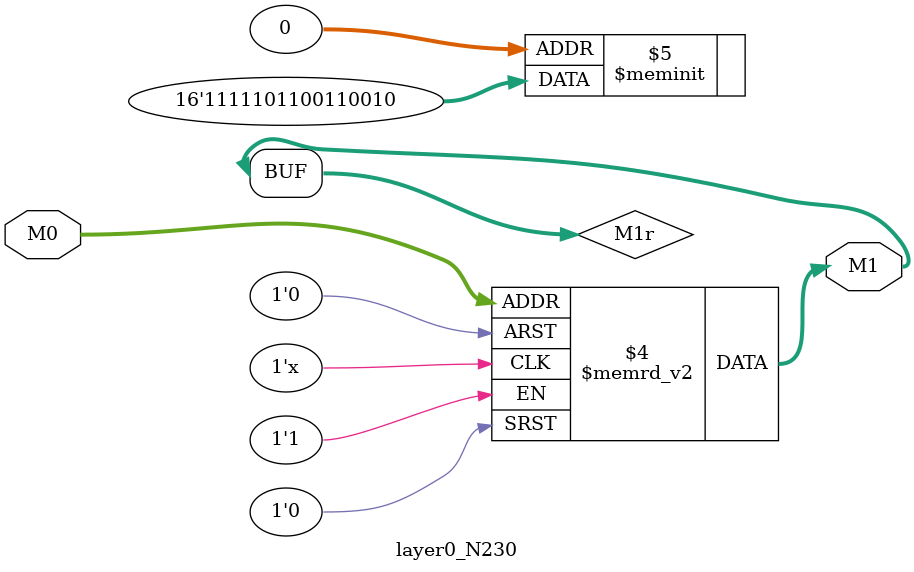
<source format=v>
module layer0_N230 ( input [2:0] M0, output [1:0] M1 );

	(*rom_style = "distributed" *) reg [1:0] M1r;
	assign M1 = M1r;
	always @ (M0) begin
		case (M0)
			3'b000: M1r = 2'b10;
			3'b100: M1r = 2'b11;
			3'b010: M1r = 2'b11;
			3'b110: M1r = 2'b11;
			3'b001: M1r = 2'b00;
			3'b101: M1r = 2'b10;
			3'b011: M1r = 2'b00;
			3'b111: M1r = 2'b11;

		endcase
	end
endmodule

</source>
